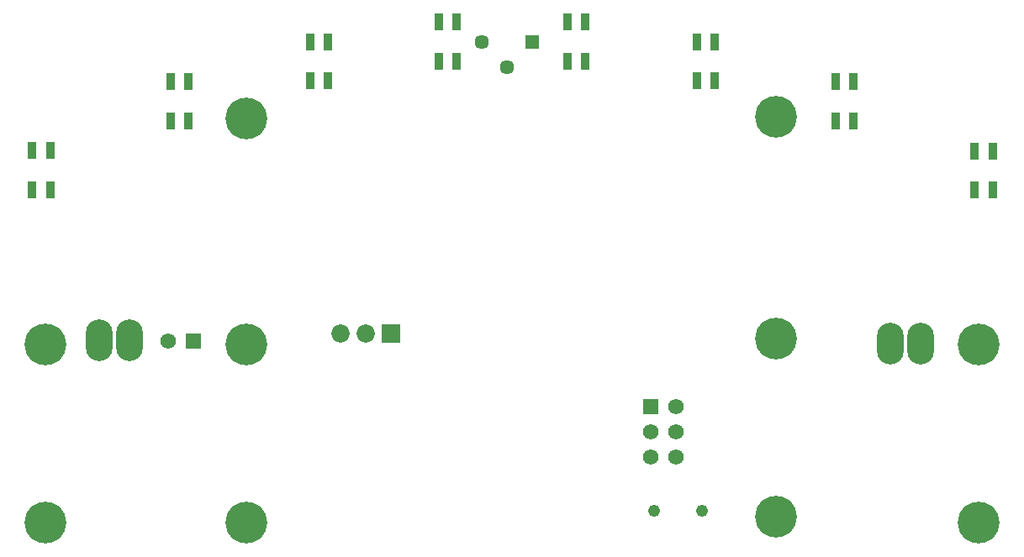
<source format=gbs>
G04*
G04 #@! TF.GenerationSoftware,Altium Limited,Altium Designer,23.10.1 (27)*
G04*
G04 Layer_Color=16711935*
%FSLAX44Y44*%
%MOMM*%
G71*
G04*
G04 #@! TF.SameCoordinates,E985FA8A-299A-4084-AA3F-4317102C53E2*
G04*
G04*
G04 #@! TF.FilePolarity,Negative*
G04*
G01*
G75*
%ADD48C,1.5700*%
%ADD49R,1.5700X1.5700*%
%ADD50C,1.8382*%
%ADD51R,1.8382X1.8382*%
%ADD52C,4.2032*%
%ADD53O,2.7032X4.2032*%
%ADD54R,1.4532X1.4532*%
%ADD55C,1.4532*%
%ADD56C,1.5732*%
%ADD57R,1.5732X1.5732*%
%ADD58C,1.2102*%
%ADD74R,0.8932X1.7732*%
D48*
X489000Y618000D02*
D03*
D49*
X514400D02*
D03*
D50*
X688000Y626000D02*
D03*
X662600D02*
D03*
D51*
X713400D02*
D03*
D52*
X567500Y615000D02*
D03*
Y842500D02*
D03*
X1101000Y844000D02*
D03*
X1101000Y621000D02*
D03*
Y441000D02*
D03*
X1305000Y615000D02*
D03*
Y435000D02*
D03*
X567500Y435000D02*
D03*
X365000Y435000D02*
D03*
Y615000D02*
D03*
D53*
X450000Y619000D02*
D03*
X419520D02*
D03*
X1246480Y616000D02*
D03*
X1216000D02*
D03*
D54*
X855400Y919650D02*
D03*
D55*
X830000Y894250D02*
D03*
X804600Y919650D02*
D03*
D56*
X1000000Y501200D02*
D03*
X974600D02*
D03*
X1000000Y526600D02*
D03*
X974600D02*
D03*
X1000000Y552000D02*
D03*
D57*
X974600D02*
D03*
D58*
X1026800Y447000D02*
D03*
X978000D02*
D03*
D74*
X491000Y879750D02*
D03*
X509000D02*
D03*
X491000Y840250D02*
D03*
X509000D02*
D03*
X352000Y810000D02*
D03*
X370000D02*
D03*
X352000Y770500D02*
D03*
X370000D02*
D03*
X632000Y920000D02*
D03*
X650000D02*
D03*
X632000Y880500D02*
D03*
X650000D02*
D03*
X761000Y939750D02*
D03*
X779000D02*
D03*
X761000Y900250D02*
D03*
X779000D02*
D03*
X891000Y939750D02*
D03*
X909000D02*
D03*
X891000Y900250D02*
D03*
X909000D02*
D03*
X1301000Y809750D02*
D03*
X1319000D02*
D03*
X1301000Y770250D02*
D03*
X1319000D02*
D03*
X1161000Y879750D02*
D03*
X1179000D02*
D03*
X1161000Y840250D02*
D03*
X1179000D02*
D03*
X1021000Y919750D02*
D03*
X1039000D02*
D03*
X1021000Y880250D02*
D03*
X1039000D02*
D03*
M02*

</source>
